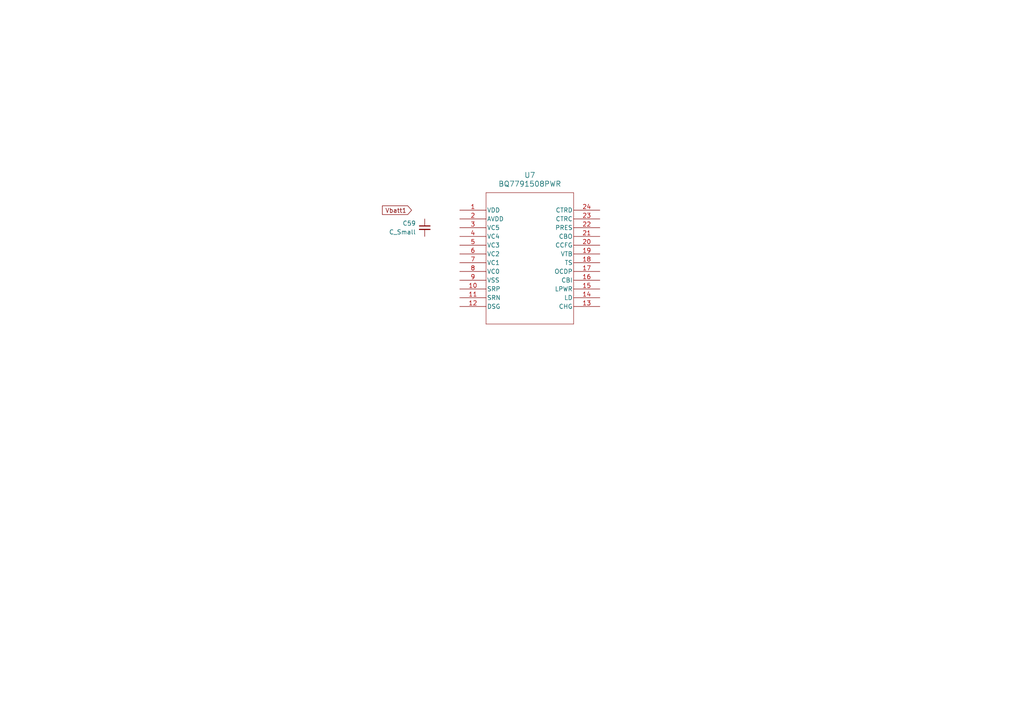
<source format=kicad_sch>
(kicad_sch (version 20231120) (generator "eeschema") (generator_version "8.0")
  (paper "A4")
  (lib_symbols
    (symbol "BQ7791508:BQ7791508PWR" (pin_names (offset 0.254))
      (property "Reference" "U" (at 20.32 10.16 0))
      (property "Value" "BQ7791508PWR" (at 20.32 7.62 0))
      (symbol "BQ7791508PWR_0_1"
        (polyline (pts (xy 7.62 -33.02) (xy 33.02 -33.02)) (stroke (width 0.127)))
        (polyline (pts (xy 7.62 5.08) (xy 7.62 -33.02)) (stroke (width 0.127)))
        (polyline (pts (xy 33.02 -33.02) (xy 33.02 5.08)) (stroke (width 0.127)))
        (polyline (pts (xy 33.02 5.08) (xy 7.62 5.08)) (stroke (width 0.127)))
        (pin power_in line (at 0 0 0) (length 7.62) (name "VDD") (number "1"))
        (pin input line (at 0 -22.86 0) (length 7.62) (name "SRP") (number "10"))
        (pin input line (at 0 -25.4 0) (length 7.62) (name "SRN") (number "11"))
        (pin output line (at 0 -27.94 0) (length 7.62) (name "DSG") (number "12"))
        (pin output line (at 40.64 -27.94 180) (length 7.62) (name "CHG") (number "13"))
        (pin input line (at 40.64 -25.4 180) (length 7.62) (name "LD") (number "14"))
        (pin output line (at 40.64 -22.86 180) (length 7.62) (name "LPWR") (number "15"))
        (pin input line (at 40.64 -20.32 180) (length 7.62) (name "CBI") (number "16"))
        (pin input line (at 40.64 -17.78 180) (length 7.62) (name "OCDP") (number "17"))
        (pin input line (at 40.64 -15.24 180) (length 7.62) (name "TS") (number "18"))
        (pin output line (at 40.64 -12.7 180) (length 7.62) (name "VTB") (number "19"))
        (pin power_out line (at 0 -2.54 0) (length 7.62) (name "AVDD") (number "2"))
        (pin input line (at 40.64 -10.16 180) (length 7.62) (name "CCFG") (number "20"))
        (pin output line (at 40.64 -7.62 180) (length 7.62) (name "CBO") (number "21"))
        (pin input line (at 40.64 -5.08 180) (length 7.62) (name "PRES") (number "22"))
        (pin input line (at 40.64 -2.54 180) (length 7.62) (name "CTRC") (number "23"))
        (pin input line (at 40.64 0 180) (length 7.62) (name "CTRD") (number "24"))
        (pin input line (at 0 -5.08 0) (length 7.62) (name "VC5") (number "3"))
        (pin input line (at 0 -7.62 0) (length 7.62) (name "VC4") (number "4"))
        (pin input line (at 0 -10.16 0) (length 7.62) (name "VC3") (number "5"))
        (pin input line (at 0 -12.7 0) (length 7.62) (name "VC2") (number "6"))
        (pin input line (at 0 -15.24 0) (length 7.62) (name "VC1") (number "7"))
        (pin input line (at 0 -17.78 0) (length 7.62) (name "VC0") (number "8"))
        (pin power_in line (at 0 -20.32 0) (length 7.62) (name "VSS") (number "9"))
      )
    )
    (symbol "Device:C_Small" (pin_numbers hide) (pin_names (offset 0.254) hide)
      (property "Reference" "C" (at 0.254 1.778 0))
      (property "Value" "C_Small" (at 0.254 -2.032 0))
      (symbol "C_Small_0_1"
        (polyline (pts (xy -1.524 -0.508) (xy 1.524 -0.508)) (stroke (width 0.3302)))
        (polyline (pts (xy -1.524 0.508) (xy 1.524 0.508)) (stroke (width 0.3048)))
      )
      (symbol "C_Small_1_1"
        (pin passive line (at 0 2.54 270) (length 2.032) (name "~") (number "1"))
        (pin passive line (at 0 -2.54 90) (length 2.032) (name "~") (number "2"))
      )
    )
  )
  (global_label "Vbatt1" (shape input) (at 119.38 60.96 180) (property "Intersheetrefs" "${INTERSHEET_REFS}" (effects (hide yes))))
  (symbol (lib_id "Device:C_Small") (at 123.19 66.04 0) (unit 1)
    (property "Reference" "C59" (at 120.65 64.7762 0) (effects (justify right)))
    (property "Value" "C_Small" (at 120.65 67.3162 0) (effects (justify right)))
    (property "Description" "Unpolarized capacitor, small symbol" (effects (hide yes)))
    (instances (project "powerdist" (path "" (reference "C59") (unit 1)) (path "" (reference "C58") (unit 1))))
  )
  (symbol (lib_id "BQ7791508:BQ7791508PWR") (at 133.35 60.96 0) (unit 1)
    (property "Reference" "U7" (at 153.67 50.8 0) (effects (font (size 1.524 1.524))))
    (property "Value" "BQ7791508PWR" (at 153.67 53.34 0) (effects (font (size 1.524 1.524))))
    (property "Footprint" "TSSOP24_4P4X7P8_THT_TEX" (effects (hide yes)))
    (property "Datasheet" "https://www.ti.com/lit/gpn/bq77915" (effects (hide yes)))
    (instances (project "powerdist" (path "" (reference "U7") (unit 1)) (path "" (reference "U6") (unit 1))))
  )
)
</source>
